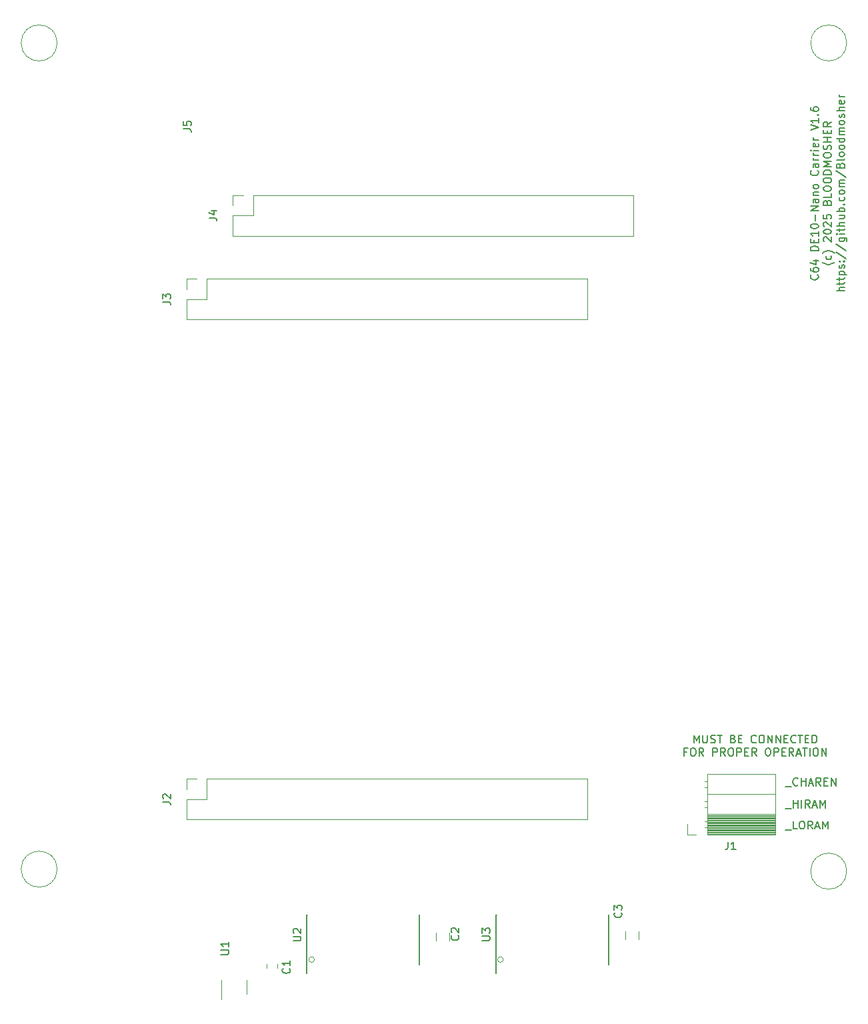
<source format=gbr>
%TF.GenerationSoftware,KiCad,Pcbnew,(5.1.9)-1*%
%TF.CreationDate,2025-01-23T06:38:53-08:00*%
%TF.ProjectId,RADA3K,52414441-334b-42e6-9b69-6361645f7063,rev?*%
%TF.SameCoordinates,Original*%
%TF.FileFunction,Legend,Top*%
%TF.FilePolarity,Positive*%
%FSLAX46Y46*%
G04 Gerber Fmt 4.6, Leading zero omitted, Abs format (unit mm)*
G04 Created by KiCad (PCBNEW (5.1.9)-1) date 2025-01-23 06:38:53*
%MOMM*%
%LPD*%
G01*
G04 APERTURE LIST*
%ADD10C,0.150000*%
%ADD11C,0.120000*%
G04 APERTURE END LIST*
D10*
X119934285Y-119217380D02*
X119934285Y-118217380D01*
X120267619Y-118931666D01*
X120600952Y-118217380D01*
X120600952Y-119217380D01*
X121077142Y-118217380D02*
X121077142Y-119026904D01*
X121124761Y-119122142D01*
X121172380Y-119169761D01*
X121267619Y-119217380D01*
X121458095Y-119217380D01*
X121553333Y-119169761D01*
X121600952Y-119122142D01*
X121648571Y-119026904D01*
X121648571Y-118217380D01*
X122077142Y-119169761D02*
X122220000Y-119217380D01*
X122458095Y-119217380D01*
X122553333Y-119169761D01*
X122600952Y-119122142D01*
X122648571Y-119026904D01*
X122648571Y-118931666D01*
X122600952Y-118836428D01*
X122553333Y-118788809D01*
X122458095Y-118741190D01*
X122267619Y-118693571D01*
X122172380Y-118645952D01*
X122124761Y-118598333D01*
X122077142Y-118503095D01*
X122077142Y-118407857D01*
X122124761Y-118312619D01*
X122172380Y-118265000D01*
X122267619Y-118217380D01*
X122505714Y-118217380D01*
X122648571Y-118265000D01*
X122934285Y-118217380D02*
X123505714Y-118217380D01*
X123220000Y-119217380D02*
X123220000Y-118217380D01*
X124934285Y-118693571D02*
X125077142Y-118741190D01*
X125124761Y-118788809D01*
X125172380Y-118884047D01*
X125172380Y-119026904D01*
X125124761Y-119122142D01*
X125077142Y-119169761D01*
X124981904Y-119217380D01*
X124600952Y-119217380D01*
X124600952Y-118217380D01*
X124934285Y-118217380D01*
X125029523Y-118265000D01*
X125077142Y-118312619D01*
X125124761Y-118407857D01*
X125124761Y-118503095D01*
X125077142Y-118598333D01*
X125029523Y-118645952D01*
X124934285Y-118693571D01*
X124600952Y-118693571D01*
X125600952Y-118693571D02*
X125934285Y-118693571D01*
X126077142Y-119217380D02*
X125600952Y-119217380D01*
X125600952Y-118217380D01*
X126077142Y-118217380D01*
X127839047Y-119122142D02*
X127791428Y-119169761D01*
X127648571Y-119217380D01*
X127553333Y-119217380D01*
X127410476Y-119169761D01*
X127315238Y-119074523D01*
X127267619Y-118979285D01*
X127220000Y-118788809D01*
X127220000Y-118645952D01*
X127267619Y-118455476D01*
X127315238Y-118360238D01*
X127410476Y-118265000D01*
X127553333Y-118217380D01*
X127648571Y-118217380D01*
X127791428Y-118265000D01*
X127839047Y-118312619D01*
X128458095Y-118217380D02*
X128648571Y-118217380D01*
X128743809Y-118265000D01*
X128839047Y-118360238D01*
X128886666Y-118550714D01*
X128886666Y-118884047D01*
X128839047Y-119074523D01*
X128743809Y-119169761D01*
X128648571Y-119217380D01*
X128458095Y-119217380D01*
X128362857Y-119169761D01*
X128267619Y-119074523D01*
X128220000Y-118884047D01*
X128220000Y-118550714D01*
X128267619Y-118360238D01*
X128362857Y-118265000D01*
X128458095Y-118217380D01*
X129315238Y-119217380D02*
X129315238Y-118217380D01*
X129886666Y-119217380D01*
X129886666Y-118217380D01*
X130362857Y-119217380D02*
X130362857Y-118217380D01*
X130934285Y-119217380D01*
X130934285Y-118217380D01*
X131410476Y-118693571D02*
X131743809Y-118693571D01*
X131886666Y-119217380D02*
X131410476Y-119217380D01*
X131410476Y-118217380D01*
X131886666Y-118217380D01*
X132886666Y-119122142D02*
X132839047Y-119169761D01*
X132696190Y-119217380D01*
X132600952Y-119217380D01*
X132458095Y-119169761D01*
X132362857Y-119074523D01*
X132315238Y-118979285D01*
X132267619Y-118788809D01*
X132267619Y-118645952D01*
X132315238Y-118455476D01*
X132362857Y-118360238D01*
X132458095Y-118265000D01*
X132600952Y-118217380D01*
X132696190Y-118217380D01*
X132839047Y-118265000D01*
X132886666Y-118312619D01*
X133172380Y-118217380D02*
X133743809Y-118217380D01*
X133458095Y-119217380D02*
X133458095Y-118217380D01*
X134077142Y-118693571D02*
X134410476Y-118693571D01*
X134553333Y-119217380D02*
X134077142Y-119217380D01*
X134077142Y-118217380D01*
X134553333Y-118217380D01*
X134981904Y-119217380D02*
X134981904Y-118217380D01*
X135220000Y-118217380D01*
X135362857Y-118265000D01*
X135458095Y-118360238D01*
X135505714Y-118455476D01*
X135553333Y-118645952D01*
X135553333Y-118788809D01*
X135505714Y-118979285D01*
X135458095Y-119074523D01*
X135362857Y-119169761D01*
X135220000Y-119217380D01*
X134981904Y-119217380D01*
X119029523Y-120343571D02*
X118696190Y-120343571D01*
X118696190Y-120867380D02*
X118696190Y-119867380D01*
X119172380Y-119867380D01*
X119743809Y-119867380D02*
X119934285Y-119867380D01*
X120029523Y-119915000D01*
X120124761Y-120010238D01*
X120172380Y-120200714D01*
X120172380Y-120534047D01*
X120124761Y-120724523D01*
X120029523Y-120819761D01*
X119934285Y-120867380D01*
X119743809Y-120867380D01*
X119648571Y-120819761D01*
X119553333Y-120724523D01*
X119505714Y-120534047D01*
X119505714Y-120200714D01*
X119553333Y-120010238D01*
X119648571Y-119915000D01*
X119743809Y-119867380D01*
X121172380Y-120867380D02*
X120839047Y-120391190D01*
X120600952Y-120867380D02*
X120600952Y-119867380D01*
X120981904Y-119867380D01*
X121077142Y-119915000D01*
X121124761Y-119962619D01*
X121172380Y-120057857D01*
X121172380Y-120200714D01*
X121124761Y-120295952D01*
X121077142Y-120343571D01*
X120981904Y-120391190D01*
X120600952Y-120391190D01*
X122362857Y-120867380D02*
X122362857Y-119867380D01*
X122743809Y-119867380D01*
X122839047Y-119915000D01*
X122886666Y-119962619D01*
X122934285Y-120057857D01*
X122934285Y-120200714D01*
X122886666Y-120295952D01*
X122839047Y-120343571D01*
X122743809Y-120391190D01*
X122362857Y-120391190D01*
X123934285Y-120867380D02*
X123600952Y-120391190D01*
X123362857Y-120867380D02*
X123362857Y-119867380D01*
X123743809Y-119867380D01*
X123839047Y-119915000D01*
X123886666Y-119962619D01*
X123934285Y-120057857D01*
X123934285Y-120200714D01*
X123886666Y-120295952D01*
X123839047Y-120343571D01*
X123743809Y-120391190D01*
X123362857Y-120391190D01*
X124553333Y-119867380D02*
X124743809Y-119867380D01*
X124839047Y-119915000D01*
X124934285Y-120010238D01*
X124981904Y-120200714D01*
X124981904Y-120534047D01*
X124934285Y-120724523D01*
X124839047Y-120819761D01*
X124743809Y-120867380D01*
X124553333Y-120867380D01*
X124458095Y-120819761D01*
X124362857Y-120724523D01*
X124315238Y-120534047D01*
X124315238Y-120200714D01*
X124362857Y-120010238D01*
X124458095Y-119915000D01*
X124553333Y-119867380D01*
X125410476Y-120867380D02*
X125410476Y-119867380D01*
X125791428Y-119867380D01*
X125886666Y-119915000D01*
X125934285Y-119962619D01*
X125981904Y-120057857D01*
X125981904Y-120200714D01*
X125934285Y-120295952D01*
X125886666Y-120343571D01*
X125791428Y-120391190D01*
X125410476Y-120391190D01*
X126410476Y-120343571D02*
X126743809Y-120343571D01*
X126886666Y-120867380D02*
X126410476Y-120867380D01*
X126410476Y-119867380D01*
X126886666Y-119867380D01*
X127886666Y-120867380D02*
X127553333Y-120391190D01*
X127315238Y-120867380D02*
X127315238Y-119867380D01*
X127696190Y-119867380D01*
X127791428Y-119915000D01*
X127839047Y-119962619D01*
X127886666Y-120057857D01*
X127886666Y-120200714D01*
X127839047Y-120295952D01*
X127791428Y-120343571D01*
X127696190Y-120391190D01*
X127315238Y-120391190D01*
X129267619Y-119867380D02*
X129458095Y-119867380D01*
X129553333Y-119915000D01*
X129648571Y-120010238D01*
X129696190Y-120200714D01*
X129696190Y-120534047D01*
X129648571Y-120724523D01*
X129553333Y-120819761D01*
X129458095Y-120867380D01*
X129267619Y-120867380D01*
X129172380Y-120819761D01*
X129077142Y-120724523D01*
X129029523Y-120534047D01*
X129029523Y-120200714D01*
X129077142Y-120010238D01*
X129172380Y-119915000D01*
X129267619Y-119867380D01*
X130124761Y-120867380D02*
X130124761Y-119867380D01*
X130505714Y-119867380D01*
X130600952Y-119915000D01*
X130648571Y-119962619D01*
X130696190Y-120057857D01*
X130696190Y-120200714D01*
X130648571Y-120295952D01*
X130600952Y-120343571D01*
X130505714Y-120391190D01*
X130124761Y-120391190D01*
X131124761Y-120343571D02*
X131458095Y-120343571D01*
X131600952Y-120867380D02*
X131124761Y-120867380D01*
X131124761Y-119867380D01*
X131600952Y-119867380D01*
X132600952Y-120867380D02*
X132267619Y-120391190D01*
X132029523Y-120867380D02*
X132029523Y-119867380D01*
X132410476Y-119867380D01*
X132505714Y-119915000D01*
X132553333Y-119962619D01*
X132600952Y-120057857D01*
X132600952Y-120200714D01*
X132553333Y-120295952D01*
X132505714Y-120343571D01*
X132410476Y-120391190D01*
X132029523Y-120391190D01*
X132981904Y-120581666D02*
X133458095Y-120581666D01*
X132886666Y-120867380D02*
X133220000Y-119867380D01*
X133553333Y-120867380D01*
X133743809Y-119867380D02*
X134315238Y-119867380D01*
X134029523Y-120867380D02*
X134029523Y-119867380D01*
X134648571Y-120867380D02*
X134648571Y-119867380D01*
X135315238Y-119867380D02*
X135505714Y-119867380D01*
X135600952Y-119915000D01*
X135696190Y-120010238D01*
X135743809Y-120200714D01*
X135743809Y-120534047D01*
X135696190Y-120724523D01*
X135600952Y-120819761D01*
X135505714Y-120867380D01*
X135315238Y-120867380D01*
X135220000Y-120819761D01*
X135124761Y-120724523D01*
X135077142Y-120534047D01*
X135077142Y-120200714D01*
X135124761Y-120010238D01*
X135220000Y-119915000D01*
X135315238Y-119867380D01*
X136172380Y-120867380D02*
X136172380Y-119867380D01*
X136743809Y-120867380D01*
X136743809Y-119867380D01*
X131577500Y-130237619D02*
X132339404Y-130237619D01*
X133053690Y-130142380D02*
X132577500Y-130142380D01*
X132577500Y-129142380D01*
X133577500Y-129142380D02*
X133767976Y-129142380D01*
X133863214Y-129190000D01*
X133958452Y-129285238D01*
X134006071Y-129475714D01*
X134006071Y-129809047D01*
X133958452Y-129999523D01*
X133863214Y-130094761D01*
X133767976Y-130142380D01*
X133577500Y-130142380D01*
X133482261Y-130094761D01*
X133387023Y-129999523D01*
X133339404Y-129809047D01*
X133339404Y-129475714D01*
X133387023Y-129285238D01*
X133482261Y-129190000D01*
X133577500Y-129142380D01*
X135006071Y-130142380D02*
X134672738Y-129666190D01*
X134434642Y-130142380D02*
X134434642Y-129142380D01*
X134815595Y-129142380D01*
X134910833Y-129190000D01*
X134958452Y-129237619D01*
X135006071Y-129332857D01*
X135006071Y-129475714D01*
X134958452Y-129570952D01*
X134910833Y-129618571D01*
X134815595Y-129666190D01*
X134434642Y-129666190D01*
X135387023Y-129856666D02*
X135863214Y-129856666D01*
X135291785Y-130142380D02*
X135625119Y-129142380D01*
X135958452Y-130142380D01*
X136291785Y-130142380D02*
X136291785Y-129142380D01*
X136625119Y-129856666D01*
X136958452Y-129142380D01*
X136958452Y-130142380D01*
X131577500Y-127537619D02*
X132339404Y-127537619D01*
X132577500Y-127442380D02*
X132577500Y-126442380D01*
X132577500Y-126918571D02*
X133148928Y-126918571D01*
X133148928Y-127442380D02*
X133148928Y-126442380D01*
X133625119Y-127442380D02*
X133625119Y-126442380D01*
X134672738Y-127442380D02*
X134339404Y-126966190D01*
X134101309Y-127442380D02*
X134101309Y-126442380D01*
X134482261Y-126442380D01*
X134577500Y-126490000D01*
X134625119Y-126537619D01*
X134672738Y-126632857D01*
X134672738Y-126775714D01*
X134625119Y-126870952D01*
X134577500Y-126918571D01*
X134482261Y-126966190D01*
X134101309Y-126966190D01*
X135053690Y-127156666D02*
X135529880Y-127156666D01*
X134958452Y-127442380D02*
X135291785Y-126442380D01*
X135625119Y-127442380D01*
X135958452Y-127442380D02*
X135958452Y-126442380D01*
X136291785Y-127156666D01*
X136625119Y-126442380D01*
X136625119Y-127442380D01*
X131577500Y-124737619D02*
X132339404Y-124737619D01*
X133148928Y-124547142D02*
X133101309Y-124594761D01*
X132958452Y-124642380D01*
X132863214Y-124642380D01*
X132720357Y-124594761D01*
X132625119Y-124499523D01*
X132577500Y-124404285D01*
X132529880Y-124213809D01*
X132529880Y-124070952D01*
X132577500Y-123880476D01*
X132625119Y-123785238D01*
X132720357Y-123690000D01*
X132863214Y-123642380D01*
X132958452Y-123642380D01*
X133101309Y-123690000D01*
X133148928Y-123737619D01*
X133577500Y-124642380D02*
X133577500Y-123642380D01*
X133577500Y-124118571D02*
X134148928Y-124118571D01*
X134148928Y-124642380D02*
X134148928Y-123642380D01*
X134577500Y-124356666D02*
X135053690Y-124356666D01*
X134482261Y-124642380D02*
X134815595Y-123642380D01*
X135148928Y-124642380D01*
X136053690Y-124642380D02*
X135720357Y-124166190D01*
X135482261Y-124642380D02*
X135482261Y-123642380D01*
X135863214Y-123642380D01*
X135958452Y-123690000D01*
X136006071Y-123737619D01*
X136053690Y-123832857D01*
X136053690Y-123975714D01*
X136006071Y-124070952D01*
X135958452Y-124118571D01*
X135863214Y-124166190D01*
X135482261Y-124166190D01*
X136482261Y-124118571D02*
X136815595Y-124118571D01*
X136958452Y-124642380D02*
X136482261Y-124642380D01*
X136482261Y-123642380D01*
X136958452Y-123642380D01*
X137387023Y-124642380D02*
X137387023Y-123642380D01*
X137958452Y-124642380D01*
X137958452Y-123642380D01*
X135657142Y-59767142D02*
X135704761Y-59814761D01*
X135752380Y-59957619D01*
X135752380Y-60052857D01*
X135704761Y-60195714D01*
X135609523Y-60290952D01*
X135514285Y-60338571D01*
X135323809Y-60386190D01*
X135180952Y-60386190D01*
X134990476Y-60338571D01*
X134895238Y-60290952D01*
X134800000Y-60195714D01*
X134752380Y-60052857D01*
X134752380Y-59957619D01*
X134800000Y-59814761D01*
X134847619Y-59767142D01*
X134752380Y-58910000D02*
X134752380Y-59100476D01*
X134800000Y-59195714D01*
X134847619Y-59243333D01*
X134990476Y-59338571D01*
X135180952Y-59386190D01*
X135561904Y-59386190D01*
X135657142Y-59338571D01*
X135704761Y-59290952D01*
X135752380Y-59195714D01*
X135752380Y-59005238D01*
X135704761Y-58910000D01*
X135657142Y-58862380D01*
X135561904Y-58814761D01*
X135323809Y-58814761D01*
X135228571Y-58862380D01*
X135180952Y-58910000D01*
X135133333Y-59005238D01*
X135133333Y-59195714D01*
X135180952Y-59290952D01*
X135228571Y-59338571D01*
X135323809Y-59386190D01*
X135085714Y-57957619D02*
X135752380Y-57957619D01*
X134704761Y-58195714D02*
X135419047Y-58433809D01*
X135419047Y-57814761D01*
X135752380Y-56671904D02*
X134752380Y-56671904D01*
X134752380Y-56433809D01*
X134800000Y-56290952D01*
X134895238Y-56195714D01*
X134990476Y-56148095D01*
X135180952Y-56100476D01*
X135323809Y-56100476D01*
X135514285Y-56148095D01*
X135609523Y-56195714D01*
X135704761Y-56290952D01*
X135752380Y-56433809D01*
X135752380Y-56671904D01*
X135228571Y-55671904D02*
X135228571Y-55338571D01*
X135752380Y-55195714D02*
X135752380Y-55671904D01*
X134752380Y-55671904D01*
X134752380Y-55195714D01*
X135752380Y-54243333D02*
X135752380Y-54814761D01*
X135752380Y-54529047D02*
X134752380Y-54529047D01*
X134895238Y-54624285D01*
X134990476Y-54719523D01*
X135038095Y-54814761D01*
X134752380Y-53624285D02*
X134752380Y-53529047D01*
X134800000Y-53433809D01*
X134847619Y-53386190D01*
X134942857Y-53338571D01*
X135133333Y-53290952D01*
X135371428Y-53290952D01*
X135561904Y-53338571D01*
X135657142Y-53386190D01*
X135704761Y-53433809D01*
X135752380Y-53529047D01*
X135752380Y-53624285D01*
X135704761Y-53719523D01*
X135657142Y-53767142D01*
X135561904Y-53814761D01*
X135371428Y-53862380D01*
X135133333Y-53862380D01*
X134942857Y-53814761D01*
X134847619Y-53767142D01*
X134800000Y-53719523D01*
X134752380Y-53624285D01*
X135371428Y-52862380D02*
X135371428Y-52100476D01*
X135752380Y-51624285D02*
X134752380Y-51624285D01*
X135752380Y-51052857D01*
X134752380Y-51052857D01*
X135752380Y-50148095D02*
X135228571Y-50148095D01*
X135133333Y-50195714D01*
X135085714Y-50290952D01*
X135085714Y-50481428D01*
X135133333Y-50576666D01*
X135704761Y-50148095D02*
X135752380Y-50243333D01*
X135752380Y-50481428D01*
X135704761Y-50576666D01*
X135609523Y-50624285D01*
X135514285Y-50624285D01*
X135419047Y-50576666D01*
X135371428Y-50481428D01*
X135371428Y-50243333D01*
X135323809Y-50148095D01*
X135085714Y-49671904D02*
X135752380Y-49671904D01*
X135180952Y-49671904D02*
X135133333Y-49624285D01*
X135085714Y-49529047D01*
X135085714Y-49386190D01*
X135133333Y-49290952D01*
X135228571Y-49243333D01*
X135752380Y-49243333D01*
X135752380Y-48624285D02*
X135704761Y-48719523D01*
X135657142Y-48767142D01*
X135561904Y-48814761D01*
X135276190Y-48814761D01*
X135180952Y-48767142D01*
X135133333Y-48719523D01*
X135085714Y-48624285D01*
X135085714Y-48481428D01*
X135133333Y-48386190D01*
X135180952Y-48338571D01*
X135276190Y-48290952D01*
X135561904Y-48290952D01*
X135657142Y-48338571D01*
X135704761Y-48386190D01*
X135752380Y-48481428D01*
X135752380Y-48624285D01*
X135657142Y-46529047D02*
X135704761Y-46576666D01*
X135752380Y-46719523D01*
X135752380Y-46814761D01*
X135704761Y-46957619D01*
X135609523Y-47052857D01*
X135514285Y-47100476D01*
X135323809Y-47148095D01*
X135180952Y-47148095D01*
X134990476Y-47100476D01*
X134895238Y-47052857D01*
X134800000Y-46957619D01*
X134752380Y-46814761D01*
X134752380Y-46719523D01*
X134800000Y-46576666D01*
X134847619Y-46529047D01*
X135752380Y-45671904D02*
X135228571Y-45671904D01*
X135133333Y-45719523D01*
X135085714Y-45814761D01*
X135085714Y-46005238D01*
X135133333Y-46100476D01*
X135704761Y-45671904D02*
X135752380Y-45767142D01*
X135752380Y-46005238D01*
X135704761Y-46100476D01*
X135609523Y-46148095D01*
X135514285Y-46148095D01*
X135419047Y-46100476D01*
X135371428Y-46005238D01*
X135371428Y-45767142D01*
X135323809Y-45671904D01*
X135752380Y-45195714D02*
X135085714Y-45195714D01*
X135276190Y-45195714D02*
X135180952Y-45148095D01*
X135133333Y-45100476D01*
X135085714Y-45005238D01*
X135085714Y-44910000D01*
X135752380Y-44576666D02*
X135085714Y-44576666D01*
X135276190Y-44576666D02*
X135180952Y-44529047D01*
X135133333Y-44481428D01*
X135085714Y-44386190D01*
X135085714Y-44290952D01*
X135752380Y-43957619D02*
X135085714Y-43957619D01*
X134752380Y-43957619D02*
X134800000Y-44005238D01*
X134847619Y-43957619D01*
X134800000Y-43910000D01*
X134752380Y-43957619D01*
X134847619Y-43957619D01*
X135704761Y-43100476D02*
X135752380Y-43195714D01*
X135752380Y-43386190D01*
X135704761Y-43481428D01*
X135609523Y-43529047D01*
X135228571Y-43529047D01*
X135133333Y-43481428D01*
X135085714Y-43386190D01*
X135085714Y-43195714D01*
X135133333Y-43100476D01*
X135228571Y-43052857D01*
X135323809Y-43052857D01*
X135419047Y-43529047D01*
X135752380Y-42624285D02*
X135085714Y-42624285D01*
X135276190Y-42624285D02*
X135180952Y-42576666D01*
X135133333Y-42529047D01*
X135085714Y-42433809D01*
X135085714Y-42338571D01*
X134752380Y-41386190D02*
X135752380Y-41052857D01*
X134752380Y-40719523D01*
X135752380Y-39862380D02*
X135752380Y-40433809D01*
X135752380Y-40148095D02*
X134752380Y-40148095D01*
X134895238Y-40243333D01*
X134990476Y-40338571D01*
X135038095Y-40433809D01*
X135657142Y-39433809D02*
X135704761Y-39386190D01*
X135752380Y-39433809D01*
X135704761Y-39481428D01*
X135657142Y-39433809D01*
X135752380Y-39433809D01*
X134752380Y-38529047D02*
X134752380Y-38719523D01*
X134800000Y-38814761D01*
X134847619Y-38862380D01*
X134990476Y-38957619D01*
X135180952Y-39005238D01*
X135561904Y-39005238D01*
X135657142Y-38957619D01*
X135704761Y-38910000D01*
X135752380Y-38814761D01*
X135752380Y-38624285D01*
X135704761Y-38529047D01*
X135657142Y-38481428D01*
X135561904Y-38433809D01*
X135323809Y-38433809D01*
X135228571Y-38481428D01*
X135180952Y-38529047D01*
X135133333Y-38624285D01*
X135133333Y-38814761D01*
X135180952Y-38910000D01*
X135228571Y-38957619D01*
X135323809Y-39005238D01*
X137783333Y-58148095D02*
X137735714Y-58195714D01*
X137592857Y-58290952D01*
X137497619Y-58338571D01*
X137354761Y-58386190D01*
X137116666Y-58433809D01*
X136926190Y-58433809D01*
X136688095Y-58386190D01*
X136545238Y-58338571D01*
X136450000Y-58290952D01*
X136307142Y-58195714D01*
X136259523Y-58148095D01*
X137354761Y-57338571D02*
X137402380Y-57433809D01*
X137402380Y-57624285D01*
X137354761Y-57719523D01*
X137307142Y-57767142D01*
X137211904Y-57814761D01*
X136926190Y-57814761D01*
X136830952Y-57767142D01*
X136783333Y-57719523D01*
X136735714Y-57624285D01*
X136735714Y-57433809D01*
X136783333Y-57338571D01*
X137783333Y-57005238D02*
X137735714Y-56957619D01*
X137592857Y-56862380D01*
X137497619Y-56814761D01*
X137354761Y-56767142D01*
X137116666Y-56719523D01*
X136926190Y-56719523D01*
X136688095Y-56767142D01*
X136545238Y-56814761D01*
X136450000Y-56862380D01*
X136307142Y-56957619D01*
X136259523Y-57005238D01*
X136497619Y-55529047D02*
X136450000Y-55481428D01*
X136402380Y-55386190D01*
X136402380Y-55148095D01*
X136450000Y-55052857D01*
X136497619Y-55005238D01*
X136592857Y-54957619D01*
X136688095Y-54957619D01*
X136830952Y-55005238D01*
X137402380Y-55576666D01*
X137402380Y-54957619D01*
X136402380Y-54338571D02*
X136402380Y-54243333D01*
X136450000Y-54148095D01*
X136497619Y-54100476D01*
X136592857Y-54052857D01*
X136783333Y-54005238D01*
X137021428Y-54005238D01*
X137211904Y-54052857D01*
X137307142Y-54100476D01*
X137354761Y-54148095D01*
X137402380Y-54243333D01*
X137402380Y-54338571D01*
X137354761Y-54433809D01*
X137307142Y-54481428D01*
X137211904Y-54529047D01*
X137021428Y-54576666D01*
X136783333Y-54576666D01*
X136592857Y-54529047D01*
X136497619Y-54481428D01*
X136450000Y-54433809D01*
X136402380Y-54338571D01*
X136497619Y-53624285D02*
X136450000Y-53576666D01*
X136402380Y-53481428D01*
X136402380Y-53243333D01*
X136450000Y-53148095D01*
X136497619Y-53100476D01*
X136592857Y-53052857D01*
X136688095Y-53052857D01*
X136830952Y-53100476D01*
X137402380Y-53671904D01*
X137402380Y-53052857D01*
X136402380Y-52148095D02*
X136402380Y-52624285D01*
X136878571Y-52671904D01*
X136830952Y-52624285D01*
X136783333Y-52529047D01*
X136783333Y-52290952D01*
X136830952Y-52195714D01*
X136878571Y-52148095D01*
X136973809Y-52100476D01*
X137211904Y-52100476D01*
X137307142Y-52148095D01*
X137354761Y-52195714D01*
X137402380Y-52290952D01*
X137402380Y-52529047D01*
X137354761Y-52624285D01*
X137307142Y-52671904D01*
X136878571Y-50576666D02*
X136926190Y-50433809D01*
X136973809Y-50386190D01*
X137069047Y-50338571D01*
X137211904Y-50338571D01*
X137307142Y-50386190D01*
X137354761Y-50433809D01*
X137402380Y-50529047D01*
X137402380Y-50910000D01*
X136402380Y-50910000D01*
X136402380Y-50576666D01*
X136450000Y-50481428D01*
X136497619Y-50433809D01*
X136592857Y-50386190D01*
X136688095Y-50386190D01*
X136783333Y-50433809D01*
X136830952Y-50481428D01*
X136878571Y-50576666D01*
X136878571Y-50910000D01*
X137402380Y-49433809D02*
X137402380Y-49910000D01*
X136402380Y-49910000D01*
X136402380Y-48910000D02*
X136402380Y-48719523D01*
X136450000Y-48624285D01*
X136545238Y-48529047D01*
X136735714Y-48481428D01*
X137069047Y-48481428D01*
X137259523Y-48529047D01*
X137354761Y-48624285D01*
X137402380Y-48719523D01*
X137402380Y-48910000D01*
X137354761Y-49005238D01*
X137259523Y-49100476D01*
X137069047Y-49148095D01*
X136735714Y-49148095D01*
X136545238Y-49100476D01*
X136450000Y-49005238D01*
X136402380Y-48910000D01*
X136402380Y-47862380D02*
X136402380Y-47671904D01*
X136450000Y-47576666D01*
X136545238Y-47481428D01*
X136735714Y-47433809D01*
X137069047Y-47433809D01*
X137259523Y-47481428D01*
X137354761Y-47576666D01*
X137402380Y-47671904D01*
X137402380Y-47862380D01*
X137354761Y-47957619D01*
X137259523Y-48052857D01*
X137069047Y-48100476D01*
X136735714Y-48100476D01*
X136545238Y-48052857D01*
X136450000Y-47957619D01*
X136402380Y-47862380D01*
X137402380Y-47005238D02*
X136402380Y-47005238D01*
X136402380Y-46767142D01*
X136450000Y-46624285D01*
X136545238Y-46529047D01*
X136640476Y-46481428D01*
X136830952Y-46433809D01*
X136973809Y-46433809D01*
X137164285Y-46481428D01*
X137259523Y-46529047D01*
X137354761Y-46624285D01*
X137402380Y-46767142D01*
X137402380Y-47005238D01*
X137402380Y-46005238D02*
X136402380Y-46005238D01*
X137116666Y-45671904D01*
X136402380Y-45338571D01*
X137402380Y-45338571D01*
X136402380Y-44671904D02*
X136402380Y-44481428D01*
X136450000Y-44386190D01*
X136545238Y-44290952D01*
X136735714Y-44243333D01*
X137069047Y-44243333D01*
X137259523Y-44290952D01*
X137354761Y-44386190D01*
X137402380Y-44481428D01*
X137402380Y-44671904D01*
X137354761Y-44767142D01*
X137259523Y-44862380D01*
X137069047Y-44910000D01*
X136735714Y-44910000D01*
X136545238Y-44862380D01*
X136450000Y-44767142D01*
X136402380Y-44671904D01*
X137354761Y-43862380D02*
X137402380Y-43719523D01*
X137402380Y-43481428D01*
X137354761Y-43386190D01*
X137307142Y-43338571D01*
X137211904Y-43290952D01*
X137116666Y-43290952D01*
X137021428Y-43338571D01*
X136973809Y-43386190D01*
X136926190Y-43481428D01*
X136878571Y-43671904D01*
X136830952Y-43767142D01*
X136783333Y-43814761D01*
X136688095Y-43862380D01*
X136592857Y-43862380D01*
X136497619Y-43814761D01*
X136450000Y-43767142D01*
X136402380Y-43671904D01*
X136402380Y-43433809D01*
X136450000Y-43290952D01*
X137402380Y-42862380D02*
X136402380Y-42862380D01*
X136878571Y-42862380D02*
X136878571Y-42290952D01*
X137402380Y-42290952D02*
X136402380Y-42290952D01*
X136878571Y-41814761D02*
X136878571Y-41481428D01*
X137402380Y-41338571D02*
X137402380Y-41814761D01*
X136402380Y-41814761D01*
X136402380Y-41338571D01*
X137402380Y-40338571D02*
X136926190Y-40671904D01*
X137402380Y-40910000D02*
X136402380Y-40910000D01*
X136402380Y-40529047D01*
X136450000Y-40433809D01*
X136497619Y-40386190D01*
X136592857Y-40338571D01*
X136735714Y-40338571D01*
X136830952Y-40386190D01*
X136878571Y-40433809D01*
X136926190Y-40529047D01*
X136926190Y-40910000D01*
X139052380Y-61814761D02*
X138052380Y-61814761D01*
X139052380Y-61386190D02*
X138528571Y-61386190D01*
X138433333Y-61433809D01*
X138385714Y-61529047D01*
X138385714Y-61671904D01*
X138433333Y-61767142D01*
X138480952Y-61814761D01*
X138385714Y-61052857D02*
X138385714Y-60671904D01*
X138052380Y-60910000D02*
X138909523Y-60910000D01*
X139004761Y-60862380D01*
X139052380Y-60767142D01*
X139052380Y-60671904D01*
X138385714Y-60481428D02*
X138385714Y-60100476D01*
X138052380Y-60338571D02*
X138909523Y-60338571D01*
X139004761Y-60290952D01*
X139052380Y-60195714D01*
X139052380Y-60100476D01*
X138385714Y-59767142D02*
X139385714Y-59767142D01*
X138433333Y-59767142D02*
X138385714Y-59671904D01*
X138385714Y-59481428D01*
X138433333Y-59386190D01*
X138480952Y-59338571D01*
X138576190Y-59290952D01*
X138861904Y-59290952D01*
X138957142Y-59338571D01*
X139004761Y-59386190D01*
X139052380Y-59481428D01*
X139052380Y-59671904D01*
X139004761Y-59767142D01*
X139004761Y-58910000D02*
X139052380Y-58814761D01*
X139052380Y-58624285D01*
X139004761Y-58529047D01*
X138909523Y-58481428D01*
X138861904Y-58481428D01*
X138766666Y-58529047D01*
X138719047Y-58624285D01*
X138719047Y-58767142D01*
X138671428Y-58862380D01*
X138576190Y-58910000D01*
X138528571Y-58910000D01*
X138433333Y-58862380D01*
X138385714Y-58767142D01*
X138385714Y-58624285D01*
X138433333Y-58529047D01*
X138957142Y-58052857D02*
X139004761Y-58005238D01*
X139052380Y-58052857D01*
X139004761Y-58100476D01*
X138957142Y-58052857D01*
X139052380Y-58052857D01*
X138433333Y-58052857D02*
X138480952Y-58005238D01*
X138528571Y-58052857D01*
X138480952Y-58100476D01*
X138433333Y-58052857D01*
X138528571Y-58052857D01*
X138004761Y-56862380D02*
X139290476Y-57719523D01*
X138004761Y-55814761D02*
X139290476Y-56671904D01*
X138385714Y-55052857D02*
X139195238Y-55052857D01*
X139290476Y-55100476D01*
X139338095Y-55148095D01*
X139385714Y-55243333D01*
X139385714Y-55386190D01*
X139338095Y-55481428D01*
X139004761Y-55052857D02*
X139052380Y-55148095D01*
X139052380Y-55338571D01*
X139004761Y-55433809D01*
X138957142Y-55481428D01*
X138861904Y-55529047D01*
X138576190Y-55529047D01*
X138480952Y-55481428D01*
X138433333Y-55433809D01*
X138385714Y-55338571D01*
X138385714Y-55148095D01*
X138433333Y-55052857D01*
X139052380Y-54576666D02*
X138385714Y-54576666D01*
X138052380Y-54576666D02*
X138100000Y-54624285D01*
X138147619Y-54576666D01*
X138100000Y-54529047D01*
X138052380Y-54576666D01*
X138147619Y-54576666D01*
X138385714Y-54243333D02*
X138385714Y-53862380D01*
X138052380Y-54100476D02*
X138909523Y-54100476D01*
X139004761Y-54052857D01*
X139052380Y-53957619D01*
X139052380Y-53862380D01*
X139052380Y-53529047D02*
X138052380Y-53529047D01*
X139052380Y-53100476D02*
X138528571Y-53100476D01*
X138433333Y-53148095D01*
X138385714Y-53243333D01*
X138385714Y-53386190D01*
X138433333Y-53481428D01*
X138480952Y-53529047D01*
X138385714Y-52195714D02*
X139052380Y-52195714D01*
X138385714Y-52624285D02*
X138909523Y-52624285D01*
X139004761Y-52576666D01*
X139052380Y-52481428D01*
X139052380Y-52338571D01*
X139004761Y-52243333D01*
X138957142Y-52195714D01*
X139052380Y-51719523D02*
X138052380Y-51719523D01*
X138433333Y-51719523D02*
X138385714Y-51624285D01*
X138385714Y-51433809D01*
X138433333Y-51338571D01*
X138480952Y-51290952D01*
X138576190Y-51243333D01*
X138861904Y-51243333D01*
X138957142Y-51290952D01*
X139004761Y-51338571D01*
X139052380Y-51433809D01*
X139052380Y-51624285D01*
X139004761Y-51719523D01*
X138957142Y-50814761D02*
X139004761Y-50767142D01*
X139052380Y-50814761D01*
X139004761Y-50862380D01*
X138957142Y-50814761D01*
X139052380Y-50814761D01*
X139004761Y-49910000D02*
X139052380Y-50005238D01*
X139052380Y-50195714D01*
X139004761Y-50290952D01*
X138957142Y-50338571D01*
X138861904Y-50386190D01*
X138576190Y-50386190D01*
X138480952Y-50338571D01*
X138433333Y-50290952D01*
X138385714Y-50195714D01*
X138385714Y-50005238D01*
X138433333Y-49910000D01*
X139052380Y-49338571D02*
X139004761Y-49433809D01*
X138957142Y-49481428D01*
X138861904Y-49529047D01*
X138576190Y-49529047D01*
X138480952Y-49481428D01*
X138433333Y-49433809D01*
X138385714Y-49338571D01*
X138385714Y-49195714D01*
X138433333Y-49100476D01*
X138480952Y-49052857D01*
X138576190Y-49005238D01*
X138861904Y-49005238D01*
X138957142Y-49052857D01*
X139004761Y-49100476D01*
X139052380Y-49195714D01*
X139052380Y-49338571D01*
X139052380Y-48576666D02*
X138385714Y-48576666D01*
X138480952Y-48576666D02*
X138433333Y-48529047D01*
X138385714Y-48433809D01*
X138385714Y-48290952D01*
X138433333Y-48195714D01*
X138528571Y-48148095D01*
X139052380Y-48148095D01*
X138528571Y-48148095D02*
X138433333Y-48100476D01*
X138385714Y-48005238D01*
X138385714Y-47862380D01*
X138433333Y-47767142D01*
X138528571Y-47719523D01*
X139052380Y-47719523D01*
X138004761Y-46529047D02*
X139290476Y-47386190D01*
X138528571Y-45862380D02*
X138576190Y-45719523D01*
X138623809Y-45671904D01*
X138719047Y-45624285D01*
X138861904Y-45624285D01*
X138957142Y-45671904D01*
X139004761Y-45719523D01*
X139052380Y-45814761D01*
X139052380Y-46195714D01*
X138052380Y-46195714D01*
X138052380Y-45862380D01*
X138100000Y-45767142D01*
X138147619Y-45719523D01*
X138242857Y-45671904D01*
X138338095Y-45671904D01*
X138433333Y-45719523D01*
X138480952Y-45767142D01*
X138528571Y-45862380D01*
X138528571Y-46195714D01*
X139052380Y-45052857D02*
X139004761Y-45148095D01*
X138909523Y-45195714D01*
X138052380Y-45195714D01*
X139052380Y-44529047D02*
X139004761Y-44624285D01*
X138957142Y-44671904D01*
X138861904Y-44719523D01*
X138576190Y-44719523D01*
X138480952Y-44671904D01*
X138433333Y-44624285D01*
X138385714Y-44529047D01*
X138385714Y-44386190D01*
X138433333Y-44290952D01*
X138480952Y-44243333D01*
X138576190Y-44195714D01*
X138861904Y-44195714D01*
X138957142Y-44243333D01*
X139004761Y-44290952D01*
X139052380Y-44386190D01*
X139052380Y-44529047D01*
X139052380Y-43624285D02*
X139004761Y-43719523D01*
X138957142Y-43767142D01*
X138861904Y-43814761D01*
X138576190Y-43814761D01*
X138480952Y-43767142D01*
X138433333Y-43719523D01*
X138385714Y-43624285D01*
X138385714Y-43481428D01*
X138433333Y-43386190D01*
X138480952Y-43338571D01*
X138576190Y-43290952D01*
X138861904Y-43290952D01*
X138957142Y-43338571D01*
X139004761Y-43386190D01*
X139052380Y-43481428D01*
X139052380Y-43624285D01*
X139052380Y-42433809D02*
X138052380Y-42433809D01*
X139004761Y-42433809D02*
X139052380Y-42529047D01*
X139052380Y-42719523D01*
X139004761Y-42814761D01*
X138957142Y-42862380D01*
X138861904Y-42910000D01*
X138576190Y-42910000D01*
X138480952Y-42862380D01*
X138433333Y-42814761D01*
X138385714Y-42719523D01*
X138385714Y-42529047D01*
X138433333Y-42433809D01*
X139052380Y-41957619D02*
X138385714Y-41957619D01*
X138480952Y-41957619D02*
X138433333Y-41910000D01*
X138385714Y-41814761D01*
X138385714Y-41671904D01*
X138433333Y-41576666D01*
X138528571Y-41529047D01*
X139052380Y-41529047D01*
X138528571Y-41529047D02*
X138433333Y-41481428D01*
X138385714Y-41386190D01*
X138385714Y-41243333D01*
X138433333Y-41148095D01*
X138528571Y-41100476D01*
X139052380Y-41100476D01*
X139052380Y-40481428D02*
X139004761Y-40576666D01*
X138957142Y-40624285D01*
X138861904Y-40671904D01*
X138576190Y-40671904D01*
X138480952Y-40624285D01*
X138433333Y-40576666D01*
X138385714Y-40481428D01*
X138385714Y-40338571D01*
X138433333Y-40243333D01*
X138480952Y-40195714D01*
X138576190Y-40148095D01*
X138861904Y-40148095D01*
X138957142Y-40195714D01*
X139004761Y-40243333D01*
X139052380Y-40338571D01*
X139052380Y-40481428D01*
X139004761Y-39767142D02*
X139052380Y-39671904D01*
X139052380Y-39481428D01*
X139004761Y-39386190D01*
X138909523Y-39338571D01*
X138861904Y-39338571D01*
X138766666Y-39386190D01*
X138719047Y-39481428D01*
X138719047Y-39624285D01*
X138671428Y-39719523D01*
X138576190Y-39767142D01*
X138528571Y-39767142D01*
X138433333Y-39719523D01*
X138385714Y-39624285D01*
X138385714Y-39481428D01*
X138433333Y-39386190D01*
X139052380Y-38910000D02*
X138052380Y-38910000D01*
X139052380Y-38481428D02*
X138528571Y-38481428D01*
X138433333Y-38529047D01*
X138385714Y-38624285D01*
X138385714Y-38767142D01*
X138433333Y-38862380D01*
X138480952Y-38910000D01*
X139004761Y-37624285D02*
X139052380Y-37719523D01*
X139052380Y-37910000D01*
X139004761Y-38005238D01*
X138909523Y-38052857D01*
X138528571Y-38052857D01*
X138433333Y-38005238D01*
X138385714Y-37910000D01*
X138385714Y-37719523D01*
X138433333Y-37624285D01*
X138528571Y-37576666D01*
X138623809Y-37576666D01*
X138719047Y-38052857D01*
X139052380Y-37148095D02*
X138385714Y-37148095D01*
X138576190Y-37148095D02*
X138480952Y-37100476D01*
X138433333Y-37052857D01*
X138385714Y-36957619D01*
X138385714Y-36862380D01*
D11*
%TO.C,J1*%
X130320900Y-130750000D02*
X121690900Y-130750000D01*
X130320900Y-130631905D02*
X121690900Y-130631905D01*
X130320900Y-130513810D02*
X121690900Y-130513810D01*
X130320900Y-130395715D02*
X121690900Y-130395715D01*
X130320900Y-130277620D02*
X121690900Y-130277620D01*
X130320900Y-130159525D02*
X121690900Y-130159525D01*
X130320900Y-130041430D02*
X121690900Y-130041430D01*
X130320900Y-129923335D02*
X121690900Y-129923335D01*
X130320900Y-129805240D02*
X121690900Y-129805240D01*
X130320900Y-129687145D02*
X121690900Y-129687145D01*
X130320900Y-129569050D02*
X121690900Y-129569050D01*
X130320900Y-129450955D02*
X121690900Y-129450955D01*
X130320900Y-129332860D02*
X121690900Y-129332860D01*
X130320900Y-129214765D02*
X121690900Y-129214765D01*
X130320900Y-129096670D02*
X121690900Y-129096670D01*
X130320900Y-128978575D02*
X121690900Y-128978575D01*
X130320900Y-128860480D02*
X121690900Y-128860480D01*
X130320900Y-128742385D02*
X121690900Y-128742385D01*
X130320900Y-128624290D02*
X121690900Y-128624290D01*
X130320900Y-128506195D02*
X121690900Y-128506195D01*
X130320900Y-128388100D02*
X121690900Y-128388100D01*
X121690900Y-129900000D02*
X121340900Y-129900000D01*
X121690900Y-129180000D02*
X121340900Y-129180000D01*
X121690900Y-127360000D02*
X121280900Y-127360000D01*
X121690900Y-126640000D02*
X121280900Y-126640000D01*
X121690900Y-124820000D02*
X121280900Y-124820000D01*
X121690900Y-124100000D02*
X121280900Y-124100000D01*
X130320900Y-128270000D02*
X121690900Y-128270000D01*
X130320900Y-125730000D02*
X121690900Y-125730000D01*
X130320900Y-130870000D02*
X121690900Y-130870000D01*
X121690900Y-130870000D02*
X121690900Y-123130000D01*
X130320900Y-123130000D02*
X121690900Y-123130000D01*
X130320900Y-130870000D02*
X130320900Y-123130000D01*
X119120900Y-130870000D02*
X119120900Y-129540000D01*
X120230900Y-130870000D02*
X119120900Y-130870000D01*
%TO.C,J4*%
X61370000Y-54830000D02*
X61370000Y-52230000D01*
X61370000Y-54830000D02*
X112290000Y-54830000D01*
X112290000Y-54830000D02*
X112290000Y-49630000D01*
X63970000Y-49630000D02*
X112290000Y-49630000D01*
X63970000Y-52230000D02*
X63970000Y-49630000D01*
X61370000Y-52230000D02*
X63970000Y-52230000D01*
X61370000Y-49630000D02*
X62700000Y-49630000D01*
X61370000Y-50960000D02*
X61370000Y-49630000D01*
%TO.C,C3*%
X111227500Y-143137000D02*
X111227500Y-144137000D01*
X112927500Y-144137000D02*
X112927500Y-143137000D01*
%TO.C,C2*%
X87161000Y-143302100D02*
X87161000Y-144302100D01*
X88861000Y-144302100D02*
X88861000Y-143302100D01*
%TO.C,J3*%
X55496400Y-65452300D02*
X55496400Y-62852300D01*
X55496400Y-65452300D02*
X106416400Y-65452300D01*
X106416400Y-65452300D02*
X106416400Y-60252300D01*
X58096400Y-60252300D02*
X106416400Y-60252300D01*
X58096400Y-62852300D02*
X58096400Y-60252300D01*
X55496400Y-62852300D02*
X58096400Y-62852300D01*
X55496400Y-60252300D02*
X56826400Y-60252300D01*
X55496400Y-61582300D02*
X55496400Y-60252300D01*
%TO.C,J2*%
X55496400Y-128952300D02*
X55496400Y-126352300D01*
X55496400Y-128952300D02*
X106416400Y-128952300D01*
X106416400Y-128952300D02*
X106416400Y-123752300D01*
X58096400Y-123752300D02*
X106416400Y-123752300D01*
X58096400Y-126352300D02*
X58096400Y-123752300D01*
X55496400Y-126352300D02*
X58096400Y-126352300D01*
X55496400Y-123752300D02*
X56826400Y-123752300D01*
X55496400Y-125082300D02*
X55496400Y-123752300D01*
%TO.C,GND*%
X139349972Y-135496300D02*
G75*
G03*
X139349972Y-135496300I-2286000J0D01*
G01*
X39077900Y-135242300D02*
G75*
G03*
X39077900Y-135242300I-2286000J0D01*
G01*
X139349972Y-30314900D02*
G75*
G03*
X139349972Y-30314900I-2286000J0D01*
G01*
X39077900Y-30314900D02*
G75*
G03*
X39077900Y-30314900I-2286000J0D01*
G01*
%TO.C,U1*%
X59908800Y-149302900D02*
X59908800Y-151752900D01*
X63128800Y-151102900D02*
X63128800Y-149302900D01*
%TO.C,U2*%
X71741610Y-146723100D02*
G75*
G03*
X71741610Y-146723100I-359210J0D01*
G01*
D10*
X85111400Y-147358100D02*
X85111400Y-141008100D01*
X70786400Y-148433100D02*
X70786400Y-141008100D01*
X85111400Y-147358100D02*
X85103900Y-147358100D01*
X85111400Y-141008100D02*
X85103900Y-141008100D01*
X70861400Y-141008100D02*
X70868900Y-141008100D01*
D11*
%TO.C,U3*%
X95741610Y-146723100D02*
G75*
G03*
X95741610Y-146723100I-359210J0D01*
G01*
D10*
X109111400Y-147358100D02*
X109111400Y-141008100D01*
X94786400Y-148433100D02*
X94786400Y-141008100D01*
X109111400Y-147358100D02*
X109103900Y-147358100D01*
X109111400Y-141008100D02*
X109103900Y-141008100D01*
X94861400Y-141008100D02*
X94868900Y-141008100D01*
D11*
%TO.C,C1*%
X65647500Y-147312748D02*
X65647500Y-147835252D01*
X67067500Y-147312748D02*
X67067500Y-147835252D01*
%TO.C,J1*%
D10*
X124277566Y-131762380D02*
X124277566Y-132476666D01*
X124229947Y-132619523D01*
X124134709Y-132714761D01*
X123991852Y-132762380D01*
X123896614Y-132762380D01*
X125277566Y-132762380D02*
X124706138Y-132762380D01*
X124991852Y-132762380D02*
X124991852Y-131762380D01*
X124896614Y-131905238D01*
X124801376Y-132000476D01*
X124706138Y-132048095D01*
%TO.C,J4*%
X58365980Y-52543333D02*
X59080266Y-52543333D01*
X59223123Y-52590952D01*
X59318361Y-52686190D01*
X59365980Y-52829047D01*
X59365980Y-52924285D01*
X58699314Y-51638571D02*
X59365980Y-51638571D01*
X58318361Y-51876666D02*
X59032647Y-52114761D01*
X59032647Y-51495714D01*
%TO.C,J5*%
X55112380Y-41233333D02*
X55826666Y-41233333D01*
X55969523Y-41280952D01*
X56064761Y-41376190D01*
X56112380Y-41519047D01*
X56112380Y-41614285D01*
X55112380Y-40280952D02*
X55112380Y-40757142D01*
X55588571Y-40804761D01*
X55540952Y-40757142D01*
X55493333Y-40661904D01*
X55493333Y-40423809D01*
X55540952Y-40328571D01*
X55588571Y-40280952D01*
X55683809Y-40233333D01*
X55921904Y-40233333D01*
X56017142Y-40280952D01*
X56064761Y-40328571D01*
X56112380Y-40423809D01*
X56112380Y-40661904D01*
X56064761Y-40757142D01*
X56017142Y-40804761D01*
%TO.C,C3*%
X110707142Y-140776666D02*
X110754761Y-140824285D01*
X110802380Y-140967142D01*
X110802380Y-141062380D01*
X110754761Y-141205238D01*
X110659523Y-141300476D01*
X110564285Y-141348095D01*
X110373809Y-141395714D01*
X110230952Y-141395714D01*
X110040476Y-141348095D01*
X109945238Y-141300476D01*
X109850000Y-141205238D01*
X109802380Y-141062380D01*
X109802380Y-140967142D01*
X109850000Y-140824285D01*
X109897619Y-140776666D01*
X109802380Y-140443333D02*
X109802380Y-139824285D01*
X110183333Y-140157619D01*
X110183333Y-140014761D01*
X110230952Y-139919523D01*
X110278571Y-139871904D01*
X110373809Y-139824285D01*
X110611904Y-139824285D01*
X110707142Y-139871904D01*
X110754761Y-139919523D01*
X110802380Y-140014761D01*
X110802380Y-140300476D01*
X110754761Y-140395714D01*
X110707142Y-140443333D01*
%TO.C,C2*%
X90017142Y-143656666D02*
X90064761Y-143704285D01*
X90112380Y-143847142D01*
X90112380Y-143942380D01*
X90064761Y-144085238D01*
X89969523Y-144180476D01*
X89874285Y-144228095D01*
X89683809Y-144275714D01*
X89540952Y-144275714D01*
X89350476Y-144228095D01*
X89255238Y-144180476D01*
X89160000Y-144085238D01*
X89112380Y-143942380D01*
X89112380Y-143847142D01*
X89160000Y-143704285D01*
X89207619Y-143656666D01*
X89207619Y-143275714D02*
X89160000Y-143228095D01*
X89112380Y-143132857D01*
X89112380Y-142894761D01*
X89160000Y-142799523D01*
X89207619Y-142751904D01*
X89302857Y-142704285D01*
X89398095Y-142704285D01*
X89540952Y-142751904D01*
X90112380Y-143323333D01*
X90112380Y-142704285D01*
%TO.C,J3*%
X52492380Y-63193333D02*
X53206666Y-63193333D01*
X53349523Y-63240952D01*
X53444761Y-63336190D01*
X53492380Y-63479047D01*
X53492380Y-63574285D01*
X52492380Y-62812380D02*
X52492380Y-62193333D01*
X52873333Y-62526666D01*
X52873333Y-62383809D01*
X52920952Y-62288571D01*
X52968571Y-62240952D01*
X53063809Y-62193333D01*
X53301904Y-62193333D01*
X53397142Y-62240952D01*
X53444761Y-62288571D01*
X53492380Y-62383809D01*
X53492380Y-62669523D01*
X53444761Y-62764761D01*
X53397142Y-62812380D01*
%TO.C,J2*%
X52492380Y-126703333D02*
X53206666Y-126703333D01*
X53349523Y-126750952D01*
X53444761Y-126846190D01*
X53492380Y-126989047D01*
X53492380Y-127084285D01*
X52587619Y-126274761D02*
X52540000Y-126227142D01*
X52492380Y-126131904D01*
X52492380Y-125893809D01*
X52540000Y-125798571D01*
X52587619Y-125750952D01*
X52682857Y-125703333D01*
X52778095Y-125703333D01*
X52920952Y-125750952D01*
X53492380Y-126322380D01*
X53492380Y-125703333D01*
%TO.C,U1*%
X59882380Y-146071904D02*
X60691904Y-146071904D01*
X60787142Y-146024285D01*
X60834761Y-145976666D01*
X60882380Y-145881428D01*
X60882380Y-145690952D01*
X60834761Y-145595714D01*
X60787142Y-145548095D01*
X60691904Y-145500476D01*
X59882380Y-145500476D01*
X60882380Y-144500476D02*
X60882380Y-145071904D01*
X60882380Y-144786190D02*
X59882380Y-144786190D01*
X60025238Y-144881428D01*
X60120476Y-144976666D01*
X60168095Y-145071904D01*
%TO.C,U2*%
X69031380Y-144360804D02*
X69840904Y-144360804D01*
X69936142Y-144313185D01*
X69983761Y-144265566D01*
X70031380Y-144170328D01*
X70031380Y-143979852D01*
X69983761Y-143884614D01*
X69936142Y-143836995D01*
X69840904Y-143789376D01*
X69031380Y-143789376D01*
X69126619Y-143360804D02*
X69079000Y-143313185D01*
X69031380Y-143217947D01*
X69031380Y-142979852D01*
X69079000Y-142884614D01*
X69126619Y-142836995D01*
X69221857Y-142789376D01*
X69317095Y-142789376D01*
X69459952Y-142836995D01*
X70031380Y-143408423D01*
X70031380Y-142789376D01*
%TO.C,U3*%
X93043880Y-144322704D02*
X93853404Y-144322704D01*
X93948642Y-144275085D01*
X93996261Y-144227466D01*
X94043880Y-144132228D01*
X94043880Y-143941752D01*
X93996261Y-143846514D01*
X93948642Y-143798895D01*
X93853404Y-143751276D01*
X93043880Y-143751276D01*
X93043880Y-143370323D02*
X93043880Y-142751276D01*
X93424833Y-143084609D01*
X93424833Y-142941752D01*
X93472452Y-142846514D01*
X93520071Y-142798895D01*
X93615309Y-142751276D01*
X93853404Y-142751276D01*
X93948642Y-142798895D01*
X93996261Y-142846514D01*
X94043880Y-142941752D01*
X94043880Y-143227466D01*
X93996261Y-143322704D01*
X93948642Y-143370323D01*
%TO.C,C1*%
X68577142Y-147846666D02*
X68624761Y-147894285D01*
X68672380Y-148037142D01*
X68672380Y-148132380D01*
X68624761Y-148275238D01*
X68529523Y-148370476D01*
X68434285Y-148418095D01*
X68243809Y-148465714D01*
X68100952Y-148465714D01*
X67910476Y-148418095D01*
X67815238Y-148370476D01*
X67720000Y-148275238D01*
X67672380Y-148132380D01*
X67672380Y-148037142D01*
X67720000Y-147894285D01*
X67767619Y-147846666D01*
X68672380Y-146894285D02*
X68672380Y-147465714D01*
X68672380Y-147180000D02*
X67672380Y-147180000D01*
X67815238Y-147275238D01*
X67910476Y-147370476D01*
X67958095Y-147465714D01*
%TD*%
M02*

</source>
